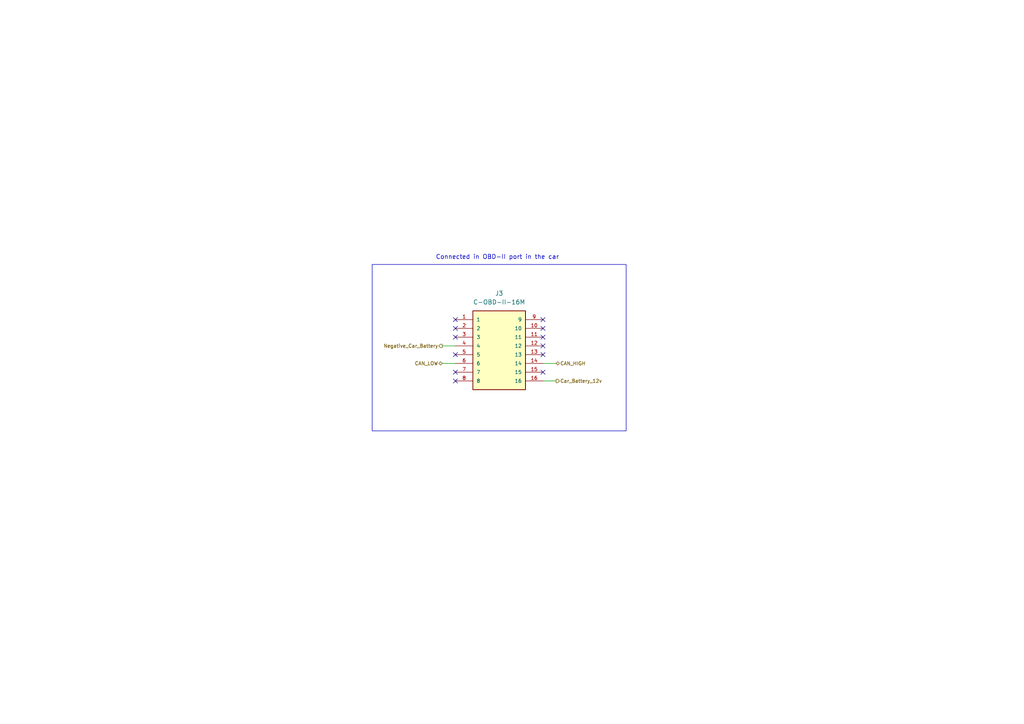
<source format=kicad_sch>
(kicad_sch (version 20231120) (generator "eeschema") (generator_version "8.0")
  (paper "A4")
  (lib_symbols
    (symbol "DongleALIVE:C-OBD-II-16M" (pin_names (offset 1.016))
      (property "Reference" "J" (at -7.62 11.43 0))
      (property "Value" "C-OBD-II-16M" (at -7.62 -13.97 0))
      (symbol "C-OBD-II-16M_0_0"
        (rectangle (start -7.62 -12.7) (end 7.62 10.16) (stroke (width 0.254)) (fill (type background)))
        (pin passive line (at -12.7 7.62 0) (length 5.08) (name "1") (number "1"))
        (pin passive line (at 12.7 5.08 180) (length 5.08) (name "10") (number "10"))
        (pin passive line (at 12.7 2.54 180) (length 5.08) (name "11") (number "11"))
        (pin passive line (at 12.7 0 180) (length 5.08) (name "12") (number "12"))
        (pin passive line (at 12.7 -2.54 180) (length 5.08) (name "13") (number "13"))
        (pin passive line (at 12.7 -5.08 180) (length 5.08) (name "14") (number "14"))
        (pin passive line (at 12.7 -7.62 180) (length 5.08) (name "15") (number "15"))
        (pin passive line (at 12.7 -10.16 180) (length 5.08) (name "16") (number "16"))
        (pin passive line (at -12.7 5.08 0) (length 5.08) (name "2") (number "2"))
        (pin passive line (at -12.7 2.54 0) (length 5.08) (name "3") (number "3"))
        (pin passive line (at -12.7 0 0) (length 5.08) (name "4") (number "4"))
        (pin passive line (at -12.7 -2.54 0) (length 5.08) (name "5") (number "5"))
        (pin passive line (at -12.7 -5.08 0) (length 5.08) (name "6") (number "6"))
        (pin passive line (at -12.7 -7.62 0) (length 5.08) (name "7") (number "7"))
        (pin passive line (at -12.7 -10.16 0) (length 5.08) (name "8") (number "8"))
        (pin passive line (at 12.7 7.62 180) (length 5.08) (name "9") (number "9"))
      )
    )
  )
  (no_connect (at 132.08 102.87))
  (no_connect (at 132.08 107.95))
  (no_connect (at 132.08 95.25))
  (no_connect (at 157.48 92.71))
  (no_connect (at 157.48 95.25))
  (no_connect (at 157.48 100.33))
  (no_connect (at 157.48 107.95))
  (no_connect (at 132.08 97.79))
  (no_connect (at 132.08 92.71))
  (no_connect (at 157.48 102.87))
  (no_connect (at 132.08 110.49))
  (no_connect (at 157.48 97.79))
  (wire (pts (xy 128.27 100.33) (xy 132.08 100.33)))
  (wire (pts (xy 161.29 105.41) (xy 157.48 105.41)))
  (wire (pts (xy 161.29 110.49) (xy 157.48 110.49)))
  (wire (pts (xy 128.27 105.41) (xy 132.08 105.41)))
  (rectangle (start 107.95 76.708) (end 181.61 124.968))
  (text "Connected in OBD-II port in the car" (at 144.272 74.676 0) (effects (font (size 1.27 1.27))))
  (hierarchical_label "CAN_LOW" (shape bidirectional) (at 128.27 105.41 180) (effects (font (size 1 1))))
  (hierarchical_label "CAN_HIGH" (shape bidirectional) (at 161.29 105.41 0) (effects (font (size 1 1))))
  (hierarchical_label "Car_Battery_12v" (shape output) (at 161.29 110.49 0) (effects (font (size 1 1))))
  (hierarchical_label "Negative_Car_Battery" (shape output) (at 128.27 100.33 180) (effects (font (size 1 1))))
  (symbol (lib_id "DongleALIVE:C-OBD-II-16M") (at 144.78 100.33 0) (unit 1)
    (property "Reference" "J3" (at 144.78 85.09 0))
    (property "Value" "C-OBD-II-16M" (at 144.78 87.63 0))
    (property "Footprint" "DongleALIVE:COMTECH_C-OBD-II-16M" (effects (hide yes)))
    (property "MF" "Comtech Electronic Co., LTD" (effects (hide yes)))
    (property "MAXIMUM_PACKAGE_HEIGHT" "18.3mm" (effects (hide yes)))
    (property "Package" "None" (effects (hide yes)))
    (property "Price" "None" (effects (hide yes)))
    (property "Check_prices" "https://www.snapeda.com/parts/C-OBD-II-16M/Comtech+Electronic+Co.%252C+LTD/view-part/?ref=eda" (effects (hide yes)))
    (property "STANDARD" "Manufacturer Recommendations" (effects (hide yes)))
    (property "PARTREV" "A" (effects (hide yes)))
    (property "SnapEDA_Link" "https://www.snapeda.com/parts/C-OBD-II-16M/Comtech+Electronic+Co.%252C+LTD/view-part/?ref=snap" (effects (hide yes)))
    (property "MP" "C-OBD-II-16M" (effects (hide yes)))
    (property "Description_1" "\nOBD II 16pin 90 Degree Angle Male Plug Connector\n" (effects (hide yes)))
    (property "Availability" "Not in stock" (effects (hide yes)))
    (property "MANUFACTURER" "Comtech Electronic Co." (effects (hide yes)))
  )
)
</source>
